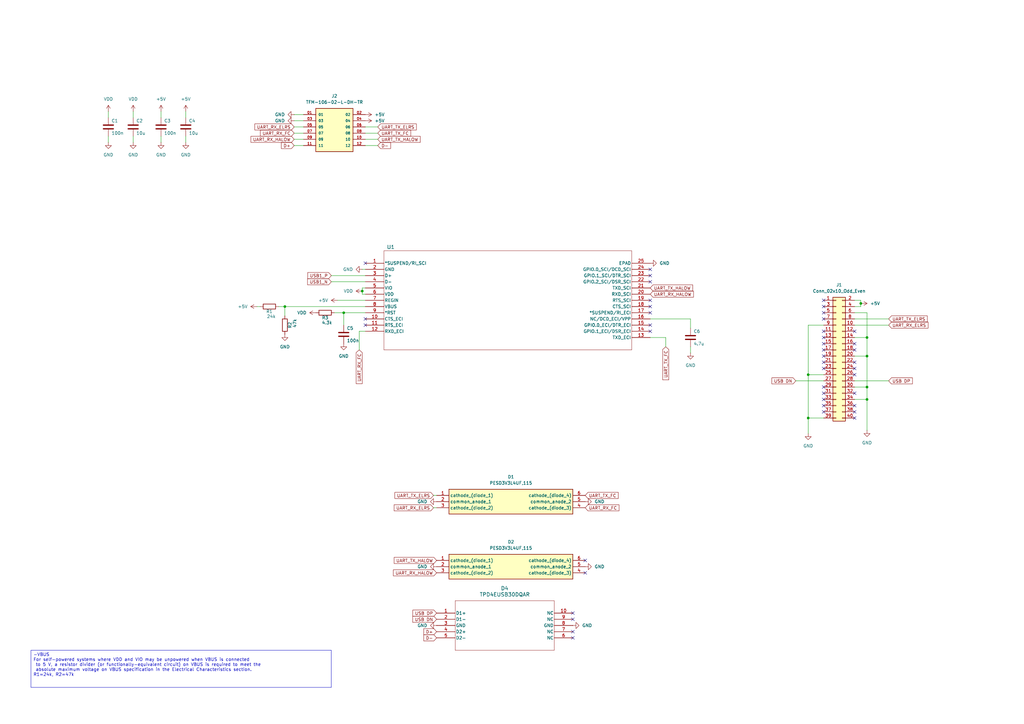
<source format=kicad_sch>
(kicad_sch (version 20231120) (generator "eeschema") (generator_version "8.0")
  (paper "A3")
  (title_block (title "UART_HUB") (date "2024-08-16") (rev "V1.1") (company "UART_HUB"))
  (lib_symbols
    (symbol "+3.3V_4" (power) (pin_names (offset 0))
      (property "Value" "+3.3V" (at 0 3.556 0))
      (symbol "+3.3V_4_0_1"
        (polyline (pts (xy -0.762 1.27) (xy 0 2.54)))
        (polyline (pts (xy 0 0) (xy 0 2.54)))
        (polyline (pts (xy 0 2.54) (xy 0.762 1.27)))
      )
      (symbol "+3.3V_4_1_1"
        (pin power_in line (at 0 0 90) (length 0) hide (name "+3.3V") (number "1"))
      )
    )
    (symbol "CP2105:CP2105-F01-GM" (pin_names (offset 0.254))
      (property "Reference" "U1" (at 58.42 10.16 0))
      (property "Value" "CP2105-F01-GM" (at 58.42 7.62 0))
      (symbol "CP2105-F01-GM_0_1"
        (polyline (pts (xy 7.62 -35.56) (xy 109.22 -35.56)) (stroke (width 0.127)))
        (polyline (pts (xy 7.62 5.08) (xy 7.62 -35.56)) (stroke (width 0.127)))
        (polyline (pts (xy 109.22 -35.56) (xy 109.22 5.08)) (stroke (width 0.127)))
        (polyline (pts (xy 109.22 5.08) (xy 7.62 5.08)) (stroke (width 0.127)))
        (pin bidirectional line (at 0 0 0) (length 7.62) (name "*SUSPEND/RI_SCI") (number "1"))
        (pin input line (at 0 -22.86 0) (length 7.62) (name "CTS_ECI") (number "10"))
        (pin output line (at 0 -25.4 0) (length 7.62) (name "RTS_ECI") (number "11"))
        (pin input line (at 0 -27.94 0) (length 7.62) (name "RXD_ECI") (number "12"))
        (pin output line (at 116.84 -30.48 180) (length 7.62) (name "TXD_ECI") (number "13"))
        (pin bidirectional line (at 116.84 -27.94 180) (length 7.62) (name "GPIO.1_ECI/DSR_ECI") (number "14"))
        (pin bidirectional line (at 116.84 -25.4 180) (length 7.62) (name "GPIO.0_ECI/DTR_ECI") (number "15"))
        (pin bidirectional line (at 116.84 -22.86 180) (length 7.62) (name "NC/DCD_ECI/VPP") (number "16"))
        (pin bidirectional line (at 116.84 -20.32 180) (length 7.62) (name "*SUSPEND/RI_ECI") (number "17"))
        (pin input line (at 116.84 -17.78 180) (length 7.62) (name "CTS_SCI") (number "18"))
        (pin output line (at 116.84 -15.24 180) (length 7.62) (name "RTS_SCI") (number "19"))
        (pin power_in line (at 0 -2.54 0) (length 7.62) (name "GND") (number "2"))
        (pin input line (at 116.84 -12.7 180) (length 7.62) (name "RXD_SCI") (number "20"))
        (pin output line (at 116.84 -10.16 180) (length 7.62) (name "TXD_SCI") (number "21"))
        (pin bidirectional line (at 116.84 -7.62 180) (length 7.62) (name "GPIO.2_SCI/DSR_SCI") (number "22"))
        (pin bidirectional line (at 116.84 -5.08 180) (length 7.62) (name "GPIO.1_SCI/DTR_SCI") (number "23"))
        (pin bidirectional line (at 116.84 -2.54 180) (length 7.62) (name "GPIO.0_SCI/DCD_SCI") (number "24"))
        (pin bidirectional line (at 0 -5.08 0) (length 7.62) (name "D+") (number "3"))
        (pin bidirectional line (at 0 -7.62 0) (length 7.62) (name "D-") (number "4"))
        (pin bidirectional line (at 0 -10.16 0) (length 7.62) (name "VIO") (number "5"))
        (pin power_in line (at 0 -12.7 0) (length 7.62) (name "VDD") (number "6"))
        (pin input line (at 0 -15.24 0) (length 7.62) (name "REGIN") (number "7"))
        (pin input line (at 0 -17.78 0) (length 7.62) (name "VBUS") (number "8"))
        (pin bidirectional line (at 0 -20.32 0) (length 7.62) (name "*RST") (number "9"))
      )
      (symbol "CP2105-F01-GM_1_1"
        (pin passive line (at 116.84 0 180) (length 7.62) (name "EPAD") (number "25"))
      )
    )
    (symbol "C_1" (pin_numbers hide) (pin_names (offset 0.254) hide)
      (property "Reference" "C" (at 0.635 2.54 0))
      (property "Value" "C" (at 0.635 -2.54 0))
      (symbol "C_1_0_1"
        (polyline (pts (xy -2.032 -0.762) (xy 2.032 -0.762)) (stroke (width 0.508)))
        (polyline (pts (xy -2.032 0.762) (xy 2.032 0.762)) (stroke (width 0.508)))
      )
      (symbol "C_1_1_1"
        (pin passive line (at 0 3.81 270) (length 2.794) (name "~") (number "1"))
        (pin passive line (at 0 -3.81 90) (length 2.794) (name "~") (number "2"))
      )
    )
    (symbol "C_2" (pin_numbers hide) (pin_names (offset 0.254) hide)
      (property "Reference" "C" (at 0.635 2.54 0))
      (property "Value" "C" (at 0.635 -2.54 0))
      (symbol "C_2_0_1"
        (polyline (pts (xy -2.032 -0.762) (xy 2.032 -0.762)) (stroke (width 0.508)))
        (polyline (pts (xy -2.032 0.762) (xy 2.032 0.762)) (stroke (width 0.508)))
      )
      (symbol "C_2_1_1"
        (pin passive line (at 0 3.81 270) (length 2.794) (name "~") (number "1"))
        (pin passive line (at 0 -3.81 90) (length 2.794) (name "~") (number "2"))
      )
    )
    (symbol "Connector_Generic:Conn_02x20_Odd_Even" (pin_names (offset 1.016) hide)
      (property "Reference" "J" (at 1.27 25.4 0))
      (property "Value" "Conn_02x20_Odd_Even" (at 1.27 -27.94 0))
      (symbol "Conn_02x20_Odd_Even_1_1"
        (rectangle (start -1.27 -25.273) (end 0 -25.527) (stroke (width 0.1524)))
        (rectangle (start -1.27 -22.733) (end 0 -22.987) (stroke (width 0.1524)))
        (rectangle (start -1.27 -20.193) (end 0 -20.447) (stroke (width 0.1524)))
        (rectangle (start -1.27 -17.653) (end 0 -17.907) (stroke (width 0.1524)))
        (rectangle (start -1.27 -15.113) (end 0 -15.367) (stroke (width 0.1524)))
        (rectangle (start -1.27 -12.573) (end 0 -12.827) (stroke (width 0.1524)))
        (rectangle (start -1.27 -10.033) (end 0 -10.287) (stroke (width 0.1524)))
        (rectangle (start -1.27 -7.493) (end 0 -7.747) (stroke (width 0.1524)))
        (rectangle (start -1.27 -4.953) (end 0 -5.207) (stroke (width 0.1524)))
        (rectangle (start -1.27 -2.413) (end 0 -2.667) (stroke (width 0.1524)))
        (rectangle (start -1.27 0.127) (end 0 -0.127) (stroke (width 0.1524)))
        (rectangle (start -1.27 2.667) (end 0 2.413) (stroke (width 0.1524)))
        (rectangle (start -1.27 5.207) (end 0 4.953) (stroke (width 0.1524)))
        (rectangle (start -1.27 7.747) (end 0 7.493) (stroke (width 0.1524)))
        (rectangle (start -1.27 10.287) (end 0 10.033) (stroke (width 0.1524)))
        (rectangle (start -1.27 12.827) (end 0 12.573) (stroke (width 0.1524)))
        (rectangle (start -1.27 15.367) (end 0 15.113) (stroke (width 0.1524)))
        (rectangle (start -1.27 17.907) (end 0 17.653) (stroke (width 0.1524)))
        (rectangle (start -1.27 20.447) (end 0 20.193) (stroke (width 0.1524)))
        (rectangle (start -1.27 22.987) (end 0 22.733) (stroke (width 0.1524)))
        (rectangle (start -1.27 24.13) (end 3.81 -26.67) (stroke (width 0.254)) (fill (type background)))
        (rectangle (start 3.81 -25.273) (end 2.54 -25.527) (stroke (width 0.1524)))
        (rectangle (start 3.81 -22.733) (end 2.54 -22.987) (stroke (width 0.1524)))
        (rectangle (start 3.81 -20.193) (end 2.54 -20.447) (stroke (width 0.1524)))
        (rectangle (start 3.81 -17.653) (end 2.54 -17.907) (stroke (width 0.1524)))
        (rectangle (start 3.81 -15.113) (end 2.54 -15.367) (stroke (width 0.1524)))
        (rectangle (start 3.81 -12.573) (end 2.54 -12.827) (stroke (width 0.1524)))
        (rectangle (start 3.81 -10.033) (end 2.54 -10.287) (stroke (width 0.1524)))
        (rectangle (start 3.81 -7.493) (end 2.54 -7.747) (stroke (width 0.1524)))
        (rectangle (start 3.81 -4.953) (end 2.54 -5.207) (stroke (width 0.1524)))
        (rectangle (start 3.81 -2.413) (end 2.54 -2.667) (stroke (width 0.1524)))
        (rectangle (start 3.81 0.127) (end 2.54 -0.127) (stroke (width 0.1524)))
        (rectangle (start 3.81 2.667) (end 2.54 2.413) (stroke (width 0.1524)))
        (rectangle (start 3.81 5.207) (end 2.54 4.953) (stroke (width 0.1524)))
        (rectangle (start 3.81 7.747) (end 2.54 7.493) (stroke (width 0.1524)))
        (rectangle (start 3.81 10.287) (end 2.54 10.033) (stroke (width 0.1524)))
        (rectangle (start 3.81 12.827) (end 2.54 12.573) (stroke (width 0.1524)))
        (rectangle (start 3.81 15.367) (end 2.54 15.113) (stroke (width 0.1524)))
        (rectangle (start 3.81 17.907) (end 2.54 17.653) (stroke (width 0.1524)))
        (rectangle (start 3.81 20.447) (end 2.54 20.193) (stroke (width 0.1524)))
        (rectangle (start 3.81 22.987) (end 2.54 22.733) (stroke (width 0.1524)))
        (pin passive line (at -5.08 22.86 0) (length 3.81) (name "Pin_1") (number "1"))
        (pin passive line (at 7.62 12.7 180) (length 3.81) (name "Pin_10") (number "10"))
        (pin passive line (at -5.08 10.16 0) (length 3.81) (name "Pin_11") (number "11"))
        (pin passive line (at 7.62 10.16 180) (length 3.81) (name "Pin_12") (number "12"))
        (pin passive line (at -5.08 7.62 0) (length 3.81) (name "Pin_13") (number "13"))
        (pin passive line (at 7.62 7.62 180) (length 3.81) (name "Pin_14") (number "14"))
        (pin passive line (at -5.08 5.08 0) (length 3.81) (name "Pin_15") (number "15"))
        (pin passive line (at 7.62 5.08 180) (length 3.81) (name "Pin_16") (number "16"))
        (pin passive line (at -5.08 2.54 0) (length 3.81) (name "Pin_17") (number "17"))
        (pin passive line (at 7.62 2.54 180) (length 3.81) (name "Pin_18") (number "18"))
        (pin passive line (at -5.08 0 0) (length 3.81) (name "Pin_19") (number "19"))
        (pin passive line (at 7.62 22.86 180) (length 3.81) (name "Pin_2") (number "2"))
        (pin passive line (at 7.62 0 180) (length 3.81) (name "Pin_20") (number "20"))
        (pin passive line (at -5.08 -2.54 0) (length 3.81) (name "Pin_21") (number "21"))
        (pin passive line (at 7.62 -2.54 180) (length 3.81) (name "Pin_22") (number "22"))
        (pin passive line (at -5.08 -5.08 0) (length 3.81) (name "Pin_23") (number "23"))
        (pin passive line (at 7.62 -5.08 180) (length 3.81) (name "Pin_24") (number "24"))
        (pin passive line (at -5.08 -7.62 0) (length 3.81) (name "Pin_25") (number "25"))
        (pin passive line (at 7.62 -7.62 180) (length 3.81) (name "Pin_26") (number "26"))
        (pin passive line (at -5.08 -10.16 0) (length 3.81) (name "Pin_27") (number "27"))
        (pin passive line (at 7.62 -10.16 180) (length 3.81) (name "Pin_28") (number "28"))
        (pin passive line (at -5.08 -12.7 0) (length 3.81) (name "Pin_29") (number "29"))
        (pin passive line (at -5.08 20.32 0) (length 3.81) (name "Pin_3") (number "3"))
        (pin passive line (at 7.62 -12.7 180) (length 3.81) (name "Pin_30") (number "30"))
        (pin passive line (at -5.08 -15.24 0) (length 3.81) (name "Pin_31") (number "31"))
        (pin passive line (at 7.62 -15.24 180) (length 3.81) (name "Pin_32") (number "32"))
        (pin passive line (at -5.08 -17.78 0) (length 3.81) (name "Pin_33") (number "33"))
        (pin passive line (at 7.62 -17.78 180) (length 3.81) (name "Pin_34") (number "34"))
        (pin passive line (at -5.08 -20.32 0) (length 3.81) (name "Pin_35") (number "35"))
        (pin passive line (at 7.62 -20.32 180) (length 3.81) (name "Pin_36") (number "36"))
        (pin passive line (at -5.08 -22.86 0) (length 3.81) (name "Pin_37") (number "37"))
        (pin passive line (at 7.62 -22.86 180) (length 3.81) (name "Pin_38") (number "38"))
        (pin passive line (at -5.08 -25.4 0) (length 3.81) (name "Pin_39") (number "39"))
        (pin passive line (at 7.62 20.32 180) (length 3.81) (name "Pin_4") (number "4"))
        (pin passive line (at 7.62 -25.4 180) (length 3.81) (name "Pin_40") (number "40"))
        (pin passive line (at -5.08 17.78 0) (length 3.81) (name "Pin_5") (number "5"))
        (pin passive line (at 7.62 17.78 180) (length 3.81) (name "Pin_6") (number "6"))
        (pin passive line (at -5.08 15.24 0) (length 3.81) (name "Pin_7") (number "7"))
        (pin passive line (at 7.62 15.24 180) (length 3.81) (name "Pin_8") (number "8"))
        (pin passive line (at -5.08 12.7 0) (length 3.81) (name "Pin_9") (number "9"))
      )
    )
    (symbol "Device:C" (pin_numbers hide) (pin_names (offset 0.254))
      (property "Reference" "C" (at 0.635 2.54 0))
      (property "Value" "C" (at 0.635 -2.54 0))
      (symbol "C_0_1"
        (polyline (pts (xy -2.032 -0.762) (xy 2.032 -0.762)) (stroke (width 0.508)))
        (polyline (pts (xy -2.032 0.762) (xy 2.032 0.762)) (stroke (width 0.508)))
      )
      (symbol "C_1_1"
        (pin passive line (at 0 3.81 270) (length 2.794) (name "~") (number "1"))
        (pin passive line (at 0 -3.81 90) (length 2.794) (name "~") (number "2"))
      )
    )
    (symbol "Device:R" (pin_numbers hide) (pin_names (offset 0))
      (property "Reference" "R" (at 2.032 0 90))
      (property "Value" "R" (at 0 0 90))
      (symbol "R_0_1"
        (rectangle (start -1.016 -2.54) (end 1.016 2.54) (stroke (width 0.254)))
      )
      (symbol "R_1_1"
        (pin passive line (at 0 3.81 270) (length 1.27) (name "~") (number "1"))
        (pin passive line (at 0 -3.81 90) (length 1.27) (name "~") (number "2"))
      )
    )
    (symbol "PESD3V3L4UF,115:PESD3V3L4UF,115"
      (property "Reference" "D" (at 57.15 7.62 0))
      (property "Value" "PESD3V3L4UF,115" (at 57.15 5.08 0))
      (symbol "PESD3V3L4UF,115_1_1"
        (rectangle (start 5.08 2.54) (end 55.88 -7.62) (stroke (width 0.254)) (fill (type background)))
        (pin passive line (at 0 0 0) (length 5.08) (name "cathode_(diode_1)") (number "1"))
        (pin passive line (at 0 -2.54 0) (length 5.08) (name "common_anode_1") (number "2"))
        (pin passive line (at 0 -5.08 0) (length 5.08) (name "cathode_(diode_2)") (number "3"))
        (pin passive line (at 60.96 -5.08 180) (length 5.08) (name "cathode_(diode_3)") (number "4"))
        (pin passive line (at 60.96 -2.54 180) (length 5.08) (name "common_anode_2") (number "5"))
        (pin passive line (at 60.96 0 180) (length 5.08) (name "cathode_(diode_4)") (number "6"))
      )
    )
    (symbol "TFM-106-02-L-DH-TR:TFM-106-02-L-DH-TR" (pin_names (offset 1.016))
      (property "Reference" "J" (at -8.12 8.736 0))
      (property "Value" "TFM-106-02-L-DH-TR" (at -7.62 -12.7 0))
      (symbol "TFM-106-02-L-DH-TR_0_0"
        (rectangle (start -7.62 -10.16) (end 7.62 7.62) (stroke (width 0.254)) (fill (type background)))
        (pin passive line (at -12.7 5.08 0) (length 5.08) (name "01") (number "01"))
        (pin passive line (at 12.7 5.08 180) (length 5.08) (name "02") (number "02"))
        (pin passive line (at -12.7 2.54 0) (length 5.08) (name "03") (number "03"))
        (pin passive line (at 12.7 2.54 180) (length 5.08) (name "04") (number "04"))
        (pin passive line (at -12.7 0 0) (length 5.08) (name "05") (number "05"))
        (pin passive line (at 12.7 0 180) (length 5.08) (name "06") (number "06"))
        (pin passive line (at -12.7 -2.54 0) (length 5.08) (name "07") (number "07"))
        (pin passive line (at 12.7 -2.54 180) (length 5.08) (name "08") (number "08"))
        (pin passive line (at -12.7 -5.08 0) (length 5.08) (name "09") (number "09"))
        (pin passive line (at 12.7 -5.08 180) (length 5.08) (name "10") (number "10"))
        (pin passive line (at -12.7 -7.62 0) (length 5.08) (name "11") (number "11"))
        (pin passive line (at 12.7 -7.62 180) (length 5.08) (name "12") (number "12"))
      )
    )
    (symbol "TPD4EUSB30DQAR:TPD4EUSB30DQAR" (pin_names (offset 0.254))
      (property "Reference" "U" (at 27.94 10.16 0))
      (property "Value" "TPD4EUSB30DQAR" (at 27.94 7.62 0))
      (symbol "TPD4EUSB30DQAR_0_1"
        (polyline (pts (xy 7.62 -15.24) (xy 48.26 -15.24)) (stroke (width 0.127)))
        (polyline (pts (xy 7.62 5.08) (xy 7.62 -15.24)) (stroke (width 0.127)))
        (polyline (pts (xy 48.26 -15.24) (xy 48.26 5.08)) (stroke (width 0.127)))
        (polyline (pts (xy 48.26 5.08) (xy 7.62 5.08)) (stroke (width 0.127)))
        (pin unspecified line (at 0 0 0) (length 7.62) (name "D1+") (number "1"))
        (pin unspecified line (at 55.88 0 180) (length 7.62) (name "NC") (number "10"))
        (pin unspecified line (at 0 -2.54 0) (length 7.62) (name "D1-") (number "2"))
        (pin power_in line (at 0 -5.08 0) (length 7.62) (name "GND") (number "3"))
        (pin unspecified line (at 0 -7.62 0) (length 7.62) (name "D2+") (number "4"))
        (pin unspecified line (at 0 -10.16 0) (length 7.62) (name "D2-") (number "5"))
        (pin unspecified line (at 55.88 -10.16 180) (length 7.62) (name "NC") (number "6"))
        (pin unspecified line (at 55.88 -7.62 180) (length 7.62) (name "NC") (number "7"))
        (pin power_in line (at 55.88 -5.08 180) (length 7.62) (name "GND") (number "8"))
        (pin unspecified line (at 55.88 -2.54 180) (length 7.62) (name "NC") (number "9"))
      )
    )
    (symbol "power:+5VD" (power) (pin_numbers hide) (pin_names (offset 0) hide)
      (property "Value" "+5VD" (at 0 3.556 0))
      (symbol "+5VD_0_1"
        (polyline (pts (xy -0.762 1.27) (xy 0 2.54)))
        (polyline (pts (xy 0 0) (xy 0 2.54)))
        (polyline (pts (xy 0 2.54) (xy 0.762 1.27)))
      )
      (symbol "+5VD_1_1"
        (pin power_in line (at 0 0 90) (length 0) (name "~") (number "1"))
      )
    )
    (symbol "power:GND" (power) (pin_numbers hide) (pin_names (offset 0) hide)
      (property "Value" "GND" (at 0 -3.81 0))
      (symbol "GND_0_1"
        (polyline (pts (xy 0 0) (xy 0 -1.27) (xy 1.27 -1.27) (xy 0 -2.54) (xy -1.27 -1.27) (xy 0 -1.27)))
      )
      (symbol "GND_1_1"
        (pin power_in line (at 0 0 270) (length 0) (name "~") (number "1"))
      )
    )
  )
  (junction (at 355.6 146.05))
  (junction (at 148.59 119.38))
  (junction (at 331.47 153.67))
  (junction (at 355.6 163.83))
  (junction (at 353.06 124.46))
  (junction (at 355.6 158.75))
  (junction (at 331.47 171.45))
  (junction (at 116.84 125.73))
  (junction (at 355.6 138.43))
  (junction (at 140.97 128.27))
  (no_connect (at 240.03 229.87))
  (no_connect (at 350.52 153.67))
  (no_connect (at 337.82 166.37))
  (no_connect (at 234.95 254))
  (no_connect (at 266.7 115.57))
  (no_connect (at 337.82 158.75))
  (no_connect (at 266.7 135.89))
  (no_connect (at 350.52 161.29))
  (no_connect (at 350.52 166.37))
  (no_connect (at 266.7 128.27))
  (no_connect (at 266.7 123.19))
  (no_connect (at 337.82 125.73))
  (no_connect (at 350.52 135.89))
  (no_connect (at 337.82 161.29))
  (no_connect (at 337.82 135.89))
  (no_connect (at 234.95 251.46))
  (no_connect (at 266.7 113.03))
  (no_connect (at 350.52 148.59))
  (no_connect (at 350.52 140.97))
  (no_connect (at 266.7 133.35))
  (no_connect (at 337.82 163.83))
  (no_connect (at 266.7 125.73))
  (no_connect (at 337.82 143.51))
  (no_connect (at 240.03 234.95))
  (no_connect (at 337.82 151.13))
  (no_connect (at 350.52 168.91))
  (no_connect (at 337.82 130.81))
  (no_connect (at 337.82 138.43))
  (no_connect (at 337.82 168.91))
  (no_connect (at 337.82 148.59))
  (no_connect (at 149.86 133.35))
  (no_connect (at 337.82 128.27))
  (no_connect (at 350.52 171.45))
  (no_connect (at 350.52 151.13))
  (no_connect (at 266.7 110.49))
  (no_connect (at 350.52 143.51))
  (no_connect (at 337.82 146.05))
  (no_connect (at 234.95 259.08))
  (no_connect (at 149.86 130.81))
  (no_connect (at 149.86 107.95))
  (no_connect (at 234.95 261.62))
  (no_connect (at 337.82 140.97))
  (no_connect (at 337.82 123.19))
  (wire (pts (xy 116.84 129.54) (xy 116.84 125.73)))
  (wire (pts (xy 154.94 54.61) (xy 149.86 54.61)))
  (wire (pts (xy 350.52 156.21) (xy 364.49 156.21)))
  (wire (pts (xy 54.61 45.72) (xy 54.61 48.26)))
  (wire (pts (xy 148.59 110.49) (xy 149.86 110.49)))
  (wire (pts (xy 76.2 58.42) (xy 76.2 55.88)))
  (wire (pts (xy 355.6 146.05) (xy 355.6 158.75)))
  (wire (pts (xy 331.47 153.67) (xy 331.47 171.45)))
  (wire (pts (xy 353.06 125.73) (xy 350.52 125.73)))
  (wire (pts (xy 137.16 128.27) (xy 140.97 128.27)))
  (wire (pts (xy 331.47 171.45) (xy 331.47 177.8)))
  (wire (pts (xy 355.6 138.43) (xy 355.6 146.05)))
  (wire (pts (xy 54.61 58.42) (xy 54.61 55.88)))
  (wire (pts (xy 355.6 163.83) (xy 355.6 176.53)))
  (wire (pts (xy 331.47 171.45) (xy 337.82 171.45)))
  (wire (pts (xy 350.52 130.81) (xy 364.49 130.81)))
  (wire (pts (xy 135.89 113.03) (xy 149.86 113.03)))
  (wire (pts (xy 147.32 143.51) (xy 147.32 135.89)))
  (wire (pts (xy 355.6 128.27) (xy 355.6 138.43)))
  (wire (pts (xy 355.6 158.75) (xy 355.6 163.83)))
  (wire (pts (xy 331.47 133.35) (xy 331.47 153.67)))
  (wire (pts (xy 350.52 128.27) (xy 355.6 128.27)))
  (wire (pts (xy 148.59 118.11) (xy 148.59 119.38)))
  (wire (pts (xy 177.8 208.28) (xy 179.07 208.28)))
  (wire (pts (xy 154.94 57.15) (xy 149.86 57.15)))
  (wire (pts (xy 177.8 203.2) (xy 179.07 203.2)))
  (wire (pts (xy 350.52 123.19) (xy 353.06 123.19)))
  (wire (pts (xy 120.65 59.69) (xy 124.46 59.69)))
  (wire (pts (xy 116.84 125.73) (xy 114.3 125.73)))
  (wire (pts (xy 273.05 138.43) (xy 266.7 138.43)))
  (wire (pts (xy 331.47 153.67) (xy 337.82 153.67)))
  (wire (pts (xy 135.89 115.57) (xy 149.86 115.57)))
  (wire (pts (xy 76.2 45.72) (xy 76.2 48.26)))
  (wire (pts (xy 147.32 135.89) (xy 149.86 135.89)))
  (wire (pts (xy 105.41 125.73) (xy 106.68 125.73)))
  (wire (pts (xy 283.21 130.81) (xy 283.21 134.62)))
  (wire (pts (xy 266.7 130.81) (xy 283.21 130.81)))
  (wire (pts (xy 44.45 58.42) (xy 44.45 55.88)))
  (wire (pts (xy 326.39 156.21) (xy 337.82 156.21)))
  (wire (pts (xy 350.52 158.75) (xy 355.6 158.75)))
  (wire (pts (xy 350.52 133.35) (xy 364.49 133.35)))
  (wire (pts (xy 350.52 163.83) (xy 355.6 163.83)))
  (wire (pts (xy 116.84 125.73) (xy 149.86 125.73)))
  (wire (pts (xy 350.52 146.05) (xy 355.6 146.05)))
  (wire (pts (xy 120.65 57.15) (xy 124.46 57.15)))
  (wire (pts (xy 148.59 118.11) (xy 149.86 118.11)))
  (wire (pts (xy 66.04 45.72) (xy 66.04 48.26)))
  (wire (pts (xy 120.65 52.07) (xy 124.46 52.07)))
  (wire (pts (xy 350.52 138.43) (xy 355.6 138.43)))
  (wire (pts (xy 120.65 46.99) (xy 124.46 46.99)))
  (wire (pts (xy 337.82 133.35) (xy 331.47 133.35)))
  (wire (pts (xy 154.94 52.07) (xy 149.86 52.07)))
  (wire (pts (xy 273.05 138.43) (xy 273.05 142.24)))
  (wire (pts (xy 283.21 144.78) (xy 283.21 142.24)))
  (wire (pts (xy 140.97 128.27) (xy 149.86 128.27)))
  (wire (pts (xy 44.45 45.72) (xy 44.45 48.26)))
  (wire (pts (xy 154.94 59.69) (xy 149.86 59.69)))
  (wire (pts (xy 149.86 120.65) (xy 148.59 120.65)))
  (wire (pts (xy 66.04 55.88) (xy 66.04 58.42)))
  (wire (pts (xy 140.97 128.27) (xy 140.97 133.35)))
  (wire (pts (xy 353.06 124.46) (xy 353.06 125.73)))
  (wire (pts (xy 120.65 54.61) (xy 124.46 54.61)))
  (wire (pts (xy 138.43 123.19) (xy 149.86 123.19)))
  (wire (pts (xy 148.59 119.38) (xy 148.59 120.65)))
  (wire (pts (xy 353.06 123.19) (xy 353.06 124.46)))
  (wire (pts (xy 120.65 49.53) (xy 124.46 49.53)))
  (text_box "-VBUS\nFor self-powered systems where VDD and VIO may be unpowered when VBUS is connected\n to 5 V, a resistor divider (or functionally-equivalent circuit) on VBUS is required to meet the\n absolute maximum voltage on VBUS specification in the Electrical Characteristics section.\nR1=24k, R2=47k" (at 12.7 266.7 0) (size 123.19 15.24) (effects (font (size 1.27 1.27)) (justify left top)))
  (global_label "USB DP" (shape input) (at 179.07 251.46 180) (property "Intersheetrefs" "${INTERSHEET_REFS}" (effects (hide yes))))
  (global_label "UART_RX_ELRS" (shape input) (at 120.65 52.07 180) (property "Intersheetrefs" "${INTERSHEET_REFS}" (effects (hide yes))))
  (global_label "UART_RX_ELRS" (shape input) (at 177.8 208.28 180) (property "Intersheetrefs" "${INTERSHEET_REFS}" (effects (hide yes))))
  (global_label "UART_TX_FC" (shape input) (at 154.94 54.61 0) (property "Intersheetrefs" "${INTERSHEET_REFS}" (effects (hide yes))))
  (global_label "UART_RX_FC" (shape input) (at 240.03 208.28 0) (property "Intersheetrefs" "${INTERSHEET_REFS}" (effects (hide yes))))
  (global_label "USB DP" (shape input) (at 364.49 156.21 0) (property "Intersheetrefs" "${INTERSHEET_REFS}" (effects (hide yes))))
  (global_label "USB1_P" (shape input) (at 135.89 113.03 180) (property "Intersheetrefs" "${INTERSHEET_REFS}" (effects (hide yes))))
  (global_label "D+" (shape input) (at 120.65 59.69 180) (property "Intersheetrefs" "${INTERSHEET_REFS}" (effects (hide yes))))
  (global_label "UART_TX_HALOW" (shape input) (at 179.07 229.87 180) (property "Intersheetrefs" "${INTERSHEET_REFS}" (effects (hide yes))))
  (global_label "UART_TX_ELRS" (shape input) (at 154.94 52.07 0) (property "Intersheetrefs" "${INTERSHEET_REFS}" (effects (hide yes))))
  (global_label "UART_TX_ELRS" (shape input) (at 177.8 203.2 180) (property "Intersheetrefs" "${INTERSHEET_REFS}" (effects (hide yes))))
  (global_label "UART_RX_HALOW" (shape input) (at 266.7 120.65 0) (property "Intersheetrefs" "${INTERSHEET_REFS}" (effects (hide yes))))
  (global_label "UART_TX_FC" (shape input) (at 273.05 142.24 270) (property "Intersheetrefs" "${INTERSHEET_REFS}" (effects (hide yes))))
  (global_label "UART_TX_HALOW" (shape input) (at 154.94 57.15 0) (property "Intersheetrefs" "${INTERSHEET_REFS}" (effects (hide yes))))
  (global_label "UART_TX_FC" (shape input) (at 240.03 203.2 0) (property "Intersheetrefs" "${INTERSHEET_REFS}" (effects (hide yes))))
  (global_label "USB1_N" (shape input) (at 135.89 115.57 180) (property "Intersheetrefs" "${INTERSHEET_REFS}" (effects (hide yes))))
  (global_label "UART_RX_HALOW" (shape input) (at 179.07 234.95 180) (property "Intersheetrefs" "${INTERSHEET_REFS}" (effects (hide yes))))
  (global_label "UART_TX_ELRS" (shape input) (at 364.49 130.81 0) (property "Intersheetrefs" "${INTERSHEET_REFS}" (effects (hide yes))))
  (global_label "UART_RX_FC" (shape input) (at 120.65 54.61 180) (property "Intersheetrefs" "${INTERSHEET_REFS}" (effects (hide yes))))
  (global_label "UART_RX_FC" (shape input) (at 147.32 143.51 270) (property "Intersheetrefs" "${INTERSHEET_REFS}" (effects (hide yes))))
  (global_label "UART_RX_HALOW" (shape input) (at 120.65 57.15 180) (property "Intersheetrefs" "${INTERSHEET_REFS}" (effects (hide yes))))
  (global_label "D-" (shape input) (at 179.07 261.62 180) (property "Intersheetrefs" "${INTERSHEET_REFS}" (effects (hide yes))))
  (global_label "D-" (shape input) (at 154.94 59.69 0) (property "Intersheetrefs" "${INTERSHEET_REFS}" (effects (hide yes))))
  (global_label "UART_RX_ELRS" (shape input) (at 364.49 133.35 0) (property "Intersheetrefs" "${INTERSHEET_REFS}" (effects (hide yes))))
  (global_label "UART_TX_HALOW" (shape input) (at 266.7 118.11 0) (property "Intersheetrefs" "${INTERSHEET_REFS}" (effects (hide yes))))
  (global_label "USB DN" (shape input) (at 179.07 254 180) (property "Intersheetrefs" "${INTERSHEET_REFS}" (effects (hide yes))))
  (global_label "USB DN" (shape input) (at 326.39 156.21 180) (property "Intersheetrefs" "${INTERSHEET_REFS}" (effects (hide yes))))
  (global_label "D+" (shape input) (at 179.07 259.08 180) (property "Intersheetrefs" "${INTERSHEET_REFS}" (effects (hide yes))))
  (symbol (lib_id "Device:C") (at 44.45 52.07 0) (unit 1)
    (property "Reference" "C1" (at 45.72 49.53 0) (effects (justify left)))
    (property "Value" "100n" (at 45.72 54.61 0) (effects (justify left)))
    (property "Footprint" "Capacitor_SMD:C_0201_0603Metric" (effects (hide yes)))
    (property "Description" "Capacitor" (effects (hide yes)))
    (property "Part" "CL10B104KB8NNWC" (effects (hide yes)))
  )
  (symbol (lib_id "Device:R") (at 116.84 133.35 180) (unit 1)
    (property "Reference" "R2" (at 118.872 133.35 90))
    (property "Value" "47k" (at 120.904 132.588 90))
    (property "Footprint" "Resistor_SMD:R_0201_0603Metric" (effects (hide yes)))
    (property "Description" "Resistor" (effects (hide yes)))
    (property "Part" "0201WMF4702TEE" (effects (hide yes)))
  )
  (symbol (lib_id "PESD3V3L4UF,115:PESD3V3L4UF,115") (at 179.07 203.2 0) (unit 1)
    (property "Reference" "D1" (at 209.55 195.58 0))
    (property "Value" "PESD3V3L4UF,115" (at 209.55 198.12 0))
    (property "Footprint" "PESD3V3L4UF,115:PESD3V3L5UF115" (effects (hide yes)))
    (property "Datasheet" "https://assets.nexperia.com/documents/data-sheet/PESDXL4UF_G_W.pdf" (effects (hide yes)))
    (property "Description" "Low capacitance unidirectional quadruple ESD protection diode arrays" (effects (hide yes)))
    (property "Height" "0.5" (effects (hide yes)))
    (property "Manufacturer_Name" "Nexperia" (effects (hide yes)))
    (property "Manufacturer_Part_Number" "PESD3V3L4UF,115" (effects (hide yes)))
    (property "Mouser Part Number" "771-PESD3V3L4UFT/R" (effects (hide yes)))
    (property "Mouser Price/Stock" "https://www.mouser.co.uk/ProductDetail/Nexperia/PESD3V3L4UF115?qs=LOCUfHb8d9tNJS4807IAKw%3D%3D" (effects (hide yes)))
    (property "Arrow Part Number" "PESD3V3L4UF,115" (effects (hide yes)))
    (property "Arrow Price/Stock" "https://www.arrow.com/en/products/pesd3v3l4uf115/nexperia?region=europe" (effects (hide yes)))
  )
  (symbol (lib_name "C_2") (lib_id "Device:C") (at 76.2 52.07 0) (unit 1)
    (property "Reference" "C4" (at 77.47 49.53 0) (effects (justify left)))
    (property "Value" "10u" (at 77.47 54.61 0) (effects (justify left)))
    (property "Footprint" "Capacitor_SMD:C_0805_2012Metric" (effects (hide yes)))
    (property "Description" "Capacitor" (effects (hide yes)))
    (property "Part" "CL21A106KOQNNNE" (effects (hide yes)))
  )
  (symbol (lib_id "Device:R") (at 133.35 128.27 90) (unit 1)
    (property "Reference" "R3" (at 133.35 130.302 90))
    (property "Value" "4.3k" (at 134.112 132.334 90))
    (property "Footprint" "Resistor_SMD:R_0201_0603Metric" (effects (hide yes)))
    (property "Description" "Resistor" (effects (hide yes)))
    (property "Part" "RNCP0603FTD1K00" (effects (hide yes)))
  )
  (symbol (lib_id "power:GND") (at 355.6 176.53 0) (unit 1)
    (property "Reference" "#PWR040" (effects (hide yes)))
    (property "Value" "GND" (at 355.6 181.61 0))
    (property "Description" "Power symbol creates a global label with name \"GND\" , ground" (effects (hide yes)))
  )
  (symbol (lib_id "power:GND") (at 179.07 256.54 270) (unit 1)
    (property "Reference" "#PWR078" (effects (hide yes)))
    (property "Value" "GND" (at 175.26 256.5399 90) (effects (justify right)))
    (property "Description" "Power symbol creates a global label with name \"GND\" , ground" (effects (hide yes)))
  )
  (symbol (lib_id "power:GND") (at 234.95 256.54 90) (unit 1)
    (property "Reference" "#PWR079" (effects (hide yes)))
    (property "Value" "GND" (at 238.76 256.5399 90) (effects (justify right)))
    (property "Description" "Power symbol creates a global label with name \"GND\" , ground" (effects (hide yes)))
  )
  (symbol (lib_id "power:GND") (at 283.21 144.78 0) (unit 1)
    (property "Reference" "#PWR025" (effects (hide yes)))
    (property "Value" "GND" (at 283.21 149.86 0))
    (property "Description" "Power symbol creates a global label with name \"GND\" , ground" (effects (hide yes)))
  )
  (symbol (lib_id "power:GND") (at 240.03 205.74 90) (unit 1)
    (property "Reference" "#PWR020" (effects (hide yes)))
    (property "Value" "GND" (at 243.84 205.7399 90) (effects (justify right)))
    (property "Description" "Power symbol creates a global label with name \"GND\" , ground" (effects (hide yes)))
  )
  (symbol (lib_id "Device:C") (at 283.21 138.43 0) (unit 1)
    (property "Reference" "C6" (at 284.48 135.89 0) (effects (justify left)))
    (property "Value" "4.7u" (at 284.48 140.97 0) (effects (justify left)))
    (property "Footprint" "Capacitor_SMD:C_01005_0402Metric" (effects (hide yes)))
    (property "Description" "Capacitor" (effects (hide yes)))
    (property "Part" "CL05A475MO5NUNC" (effects (hide yes)))
  )
  (symbol (lib_id "power:GND") (at 120.65 49.53 270) (unit 1)
    (property "Reference" "#PWR019" (effects (hide yes)))
    (property "Value" "GND" (at 116.84 49.5299 90) (effects (justify right)))
    (property "Description" "Power symbol creates a global label with name \"GND\" , ground" (effects (hide yes)))
  )
  (symbol (lib_name "+3.3V_4") (lib_id "power:+3.3V") (at 138.43 123.19 90) (unit 1)
    (property "Reference" "#PWR014" (effects (hide yes)))
    (property "Value" "+5V" (at 134.62 123.1899 90) (effects (justify left)))
  )
  (symbol (lib_id "Device:C") (at 140.97 137.16 0) (unit 1)
    (property "Reference" "C5" (at 142.24 134.62 0) (effects (justify left)))
    (property "Value" "100n" (at 142.24 139.7 0) (effects (justify left)))
    (property "Footprint" "Capacitor_SMD:C_0201_0603Metric" (effects (hide yes)))
    (property "Description" "Capacitor" (effects (hide yes)))
    (property "Part" "CL10B104KB8NNWC" (effects (hide yes)))
  )
  (symbol (lib_id "TFM-106-02-L-DH-TR:TFM-106-02-L-DH-TR") (at 137.16 52.07 0) (unit 1)
    (property "Reference" "J2" (at 137.16 39.37 0))
    (property "Value" "TFM-106-02-L-DH-TR" (at 137.16 41.91 0))
    (property "Footprint" "TFM-106-02-L-DH-TR:SAMTEC_TFM-106-02-L-DH-TR" (effects (hide yes)))
    (property "PARTREV" "F" (effects (hide yes)))
    (property "STANDARD" "Manufacturer Recommendations" (effects (hide yes)))
    (property "MANUFACTURER" "SAMTEC" (effects (hide yes)))
  )
  (symbol (lib_id "power:GND") (at 266.7 107.95 90) (unit 1)
    (property "Reference" "#PWR024" (effects (hide yes)))
    (property "Value" "GND" (at 270.51 107.9499 90) (effects (justify right)))
    (property "Description" "Power symbol creates a global label with name \"GND\" , ground" (effects (hide yes)))
  )
  (symbol (lib_id "Device:C") (at 66.04 52.07 0) (unit 1)
    (property "Reference" "C3" (at 67.31 49.53 0) (effects (justify left)))
    (property "Value" "100n" (at 67.31 54.61 0) (effects (justify left)))
    (property "Footprint" "Capacitor_SMD:C_0201_0603Metric" (effects (hide yes)))
    (property "Description" "Capacitor" (effects (hide yes)))
    (property "Part" "CL10B104KB8NNWC" (effects (hide yes)))
  )
  (symbol (lib_name "C_1") (lib_id "Device:C") (at 54.61 52.07 0) (unit 1)
    (property "Reference" "C2" (at 55.88 49.53 0) (effects (justify left)))
    (property "Value" "10u" (at 55.88 54.61 0) (effects (justify left)))
    (property "Footprint" "Capacitor_SMD:C_0805_2012Metric" (effects (hide yes)))
    (property "Description" "Capacitor" (effects (hide yes)))
    (property "Part" "CL21A106KOQNNNE" (effects (hide yes)))
  )
  (symbol (lib_id "power:GND") (at 120.65 46.99 270) (unit 1)
    (property "Reference" "#PWR018" (effects (hide yes)))
    (property "Value" "GND" (at 116.84 46.9899 90) (effects (justify right)))
    (property "Description" "Power symbol creates a global label with name \"GND\" , ground" (effects (hide yes)))
  )
  (symbol (lib_id "power:+5VD") (at 129.54 128.27 90) (unit 1)
    (property "Reference" "#PWR09" (effects (hide yes)))
    (property "Value" "VDD" (at 125.73 128.2699 90) (effects (justify left)))
    (property "Description" "Power symbol creates a global label with name \"+5VD\"" (effects (hide yes)))
  )
  (symbol (lib_id "power:GND") (at 179.07 205.74 270) (unit 1)
    (property "Reference" "#PWR010" (effects (hide yes)))
    (property "Value" "GND" (at 175.26 205.7399 90) (effects (justify right)))
    (property "Description" "Power symbol creates a global label with name \"GND\" , ground" (effects (hide yes)))
  )
  (symbol (lib_id "power:+5VD") (at 54.61 45.72 0) (unit 1)
    (property "Reference" "#PWR04" (effects (hide yes)))
    (property "Value" "VDD" (at 54.61 40.64 0))
    (property "Description" "Power symbol creates a global label with name \"+5VD\"" (effects (hide yes)))
  )
  (symbol (lib_id "power:GND") (at 179.07 232.41 270) (unit 1)
    (property "Reference" "#PWR011" (effects (hide yes)))
    (property "Value" "GND" (at 175.26 232.4099 90) (effects (justify right)))
    (property "Description" "Power symbol creates a global label with name \"GND\" , ground" (effects (hide yes)))
  )
  (symbol (lib_name "+3.3V_4") (lib_id "power:+3.3V") (at 76.2 45.72 0) (unit 1)
    (property "Reference" "#PWR012" (effects (hide yes)))
    (property "Value" "+5V" (at 76.2 40.64 0))
  )
  (symbol (lib_id "power:GND") (at 240.03 232.41 90) (unit 1)
    (property "Reference" "#PWR021" (effects (hide yes)))
    (property "Value" "GND" (at 243.84 232.4099 90) (effects (justify right)))
    (property "Description" "Power symbol creates a global label with name \"GND\" , ground" (effects (hide yes)))
  )
  (symbol (lib_id "power:GND") (at 148.59 110.49 270) (unit 1)
    (property "Reference" "#PWR016" (effects (hide yes)))
    (property "Value" "GND" (at 144.78 110.4899 90) (effects (justify right)))
    (property "Description" "Power symbol creates a global label with name \"GND\" , ground" (effects (hide yes)))
  )
  (symbol (lib_id "Device:R") (at 110.49 125.73 90) (unit 1)
    (property "Reference" "R1" (at 110.49 127.762 90))
    (property "Value" "24k" (at 111.252 129.794 90))
    (property "Footprint" "Resistor_SMD:R_0201_0603Metric" (effects (hide yes)))
    (property "Description" "Resistor" (effects (hide yes)))
    (property "Part" "RC-01W2402FT" (effects (hide yes)))
  )
  (symbol (lib_id "TPD4EUSB30DQAR:TPD4EUSB30DQAR") (at 179.07 251.46 0) (unit 1)
    (property "Reference" "D4" (at 207.01 241.3 0) (effects (font (size 1.524 1.524))))
    (property "Value" "TPD4EUSB30DQAR" (at 207.01 243.84 0) (effects (font (size 1.524 1.524))))
    (property "Footprint" "TPD4EUSB30DQAR:DQA10" (effects (hide yes)))
    (property "Datasheet" "TPD4EUSB30DQAR" (effects (hide yes)))
  )
  (symbol (lib_id "Connector_Generic:Conn_02x20_Odd_Even") (at 342.9 146.05 0) (unit 1)
    (property "Reference" "J1" (at 344.17 116.84 0))
    (property "Value" "Conn_02x10_Odd_Even" (at 344.17 119.38 0))
    (property "Footprint" "Connector_Samtec_HLE_THT:Samtec_HLE-120-02-xx-DV-TE_2x20_P2.54mm_Horizontal" (effects (hide yes)))
    (property "Description" "Generic connector, double row, 02x20, odd/even pin numbering scheme (row 1 odd numbers, row 2 even numbers), script generated (kicad-library-utils/schlib/autogen/connector/)" (effects (hide yes)))
  )
  (symbol (lib_id "CP2105:CP2105-F01-GM") (at 149.86 107.95 0) (unit 1)
    (property "Reference" "U1" (at 160.274 101.346 0) (effects (font (size 1.524 1.524))))
    (property "Value" "CP2105-F01-GM" (effects (hide yes)))
    (property "Footprint" "CP2105:QFN24_4X4_SIL-L" (effects (hide yes)))
    (property "Datasheet" "CP2105-F01-GM" (effects (hide yes)))
  )
  (symbol (lib_id "PESD3V3L4UF,115:PESD3V3L4UF,115") (at 179.07 229.87 0) (unit 1)
    (property "Reference" "D2" (at 209.55 222.25 0))
    (property "Value" "PESD3V3L4UF,115" (at 209.55 224.79 0))
    (property "Footprint" "PESD3V3L4UF,115:PESD3V3L5UF115" (effects (hide yes)))
    (property "Datasheet" "https://assets.nexperia.com/documents/data-sheet/PESDXL4UF_G_W.pdf" (effects (hide yes)))
    (property "Description" "Low capacitance unidirectional quadruple ESD protection diode arrays" (effects (hide yes)))
    (property "Height" "0.5" (effects (hide yes)))
    (property "Manufacturer_Name" "Nexperia" (effects (hide yes)))
    (property "Manufacturer_Part_Number" "PESD3V3L4UF,115" (effects (hide yes)))
    (property "Mouser Part Number" "771-PESD3V3L4UFT/R" (effects (hide yes)))
    (property "Mouser Price/Stock" "https://www.mouser.co.uk/ProductDetail/Nexperia/PESD3V3L4UF115?qs=LOCUfHb8d9tNJS4807IAKw%3D%3D" (effects (hide yes)))
    (property "Arrow Part Number" "PESD3V3L4UF,115" (effects (hide yes)))
    (property "Arrow Price/Stock" "https://www.arrow.com/en/products/pesd3v3l4uf115/nexperia?region=europe" (effects (hide yes)))
  )
  (symbol (lib_id "power:+5VD") (at 148.59 119.38 90) (unit 1)
    (property "Reference" "#PWR017" (effects (hide yes)))
    (property "Value" "VDD" (at 144.78 119.3799 90) (effects (justify left)))
    (property "Description" "Power symbol creates a global label with name \"+5VD\"" (effects (hide yes)))
  )
  (symbol (lib_id "power:GND") (at 116.84 137.16 0) (unit 1)
    (property "Reference" "#PWR06" (effects (hide yes)))
    (property "Value" "GND" (at 116.84 142.24 0))
    (property "Description" "Power symbol creates a global label with name \"GND\" , ground" (effects (hide yes)))
  )
  (symbol (lib_name "+3.3V_4") (lib_id "power:+3.3V") (at 149.86 46.99 270) (unit 1)
    (property "Reference" "#PWR022" (effects (hide yes)))
    (property "Value" "+5V" (at 153.67 46.9899 90) (effects (justify left)))
  )
  (symbol (lib_name "+3.3V_4") (lib_id "power:+3.3V") (at 105.41 125.73 90) (unit 1)
    (property "Reference" "#PWR03" (effects (hide yes)))
    (property "Value" "+5V" (at 101.6 125.7299 90) (effects (justify left)))
  )
  (symbol (lib_id "power:GND") (at 331.47 177.8 0) (unit 1)
    (property "Reference" "#PWR027" (effects (hide yes)))
    (property "Value" "GND" (at 331.47 182.88 0))
    (property "Description" "Power symbol creates a global label with name \"GND\" , ground" (effects (hide yes)))
  )
  (symbol (lib_name "+3.3V_4") (lib_id "power:+3.3V") (at 353.06 124.46 270) (unit 1)
    (property "Reference" "#PWR039" (effects (hide yes)))
    (property "Value" "+5V" (at 356.87 124.4599 90) (effects (justify left)))
  )
  (symbol (lib_name "+3.3V_4") (lib_id "power:+3.3V") (at 149.86 49.53 270) (unit 1)
    (property "Reference" "#PWR023" (effects (hide yes)))
    (property "Value" "+5V" (at 153.67 49.5299 90) (effects (justify left)))
  )
  (symbol (lib_id "power:GND") (at 76.2 58.42 0) (unit 1)
    (property "Reference" "#PWR013" (effects (hide yes)))
    (property "Value" "GND" (at 76.2 63.5 0))
    (property "Description" "Power symbol creates a global label with name \"GND\" , ground" (effects (hide yes)))
  )
  (symbol (lib_id "power:GND") (at 54.61 58.42 0) (unit 1)
    (property "Reference" "#PWR05" (effects (hide yes)))
    (property "Value" "GND" (at 54.61 63.5 0))
    (property "Description" "Power symbol creates a global label with name \"GND\" , ground" (effects (hide yes)))
  )
  (symbol (lib_id "power:GND") (at 66.04 58.42 0) (unit 1)
    (property "Reference" "#PWR08" (effects (hide yes)))
    (property "Value" "GND" (at 66.04 63.5 0))
    (property "Description" "Power symbol creates a global label with name \"GND\" , ground" (effects (hide yes)))
  )
  (symbol (lib_name "+3.3V_4") (lib_id "power:+3.3V") (at 66.04 45.72 0) (unit 1)
    (property "Reference" "#PWR07" (effects (hide yes)))
    (property "Value" "+5V" (at 66.04 40.64 0))
  )
  (symbol (lib_id "power:GND") (at 140.97 140.97 0) (unit 1)
    (property "Reference" "#PWR015" (effects (hide yes)))
    (property "Value" "GND" (at 140.97 146.05 0))
    (property "Description" "Power symbol creates a global label with name \"GND\" , ground" (effects (hide yes)))
  )
  (symbol (lib_id "power:GND") (at 44.45 58.42 0) (unit 1)
    (property "Reference" "#PWR02" (effects (hide yes)))
    (property "Value" "GND" (at 44.45 63.5 0))
    (property "Description" "Power symbol creates a global label with name \"GND\" , ground" (effects (hide yes)))
  )
  (symbol (lib_id "power:+5VD") (at 44.45 45.72 0) (unit 1)
    (property "Reference" "#PWR01" (effects (hide yes)))
    (property "Value" "VDD" (at 44.45 40.64 0))
    (property "Description" "Power symbol creates a global label with name \"+5VD\"" (effects (hide yes)))
  )
)
</source>
